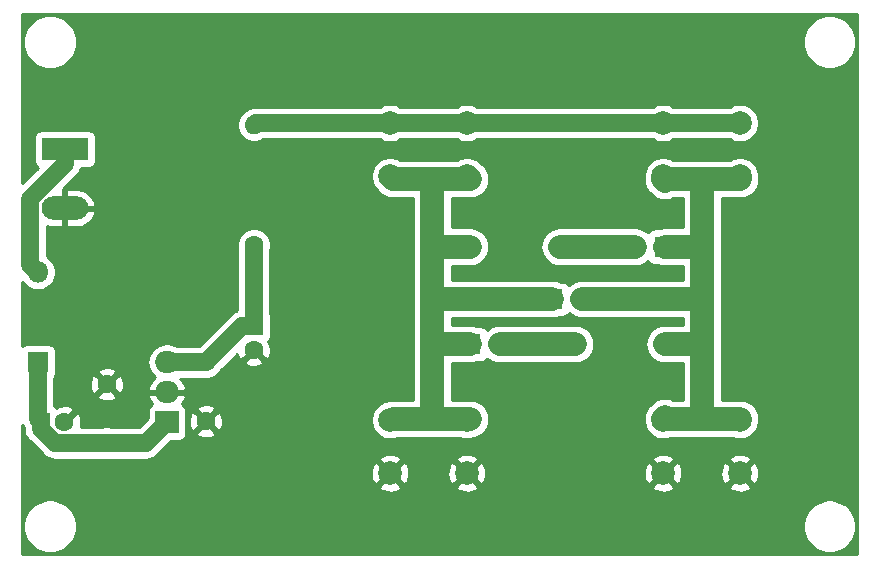
<source format=gbr>
%TF.GenerationSoftware,KiCad,Pcbnew,(5.1.12)-1*%
%TF.CreationDate,2022-07-23T16:16:35+09:00*%
%TF.ProjectId,FullBridge_demo_kit,46756c6c-4272-4696-9467-655f64656d6f,rev?*%
%TF.SameCoordinates,Original*%
%TF.FileFunction,Copper,L1,Top*%
%TF.FilePolarity,Positive*%
%FSLAX46Y46*%
G04 Gerber Fmt 4.6, Leading zero omitted, Abs format (unit mm)*
G04 Created by KiCad (PCBNEW (5.1.12)-1) date 2022-07-23 16:16:35*
%MOMM*%
%LPD*%
G01*
G04 APERTURE LIST*
%TA.AperFunction,ComponentPad*%
%ADD10C,1.600000*%
%TD*%
%TA.AperFunction,ComponentPad*%
%ADD11R,1.600000X1.600000*%
%TD*%
%TA.AperFunction,ComponentPad*%
%ADD12R,1.800000X1.800000*%
%TD*%
%TA.AperFunction,ComponentPad*%
%ADD13O,1.800000X1.800000*%
%TD*%
%TA.AperFunction,ComponentPad*%
%ADD14C,1.800000*%
%TD*%
%TA.AperFunction,ComponentPad*%
%ADD15R,3.960000X1.980000*%
%TD*%
%TA.AperFunction,ComponentPad*%
%ADD16O,3.960000X1.980000*%
%TD*%
%TA.AperFunction,ComponentPad*%
%ADD17O,1.600000X1.600000*%
%TD*%
%TA.AperFunction,ComponentPad*%
%ADD18R,2.000000X1.905000*%
%TD*%
%TA.AperFunction,ComponentPad*%
%ADD19O,2.000000X1.905000*%
%TD*%
%TA.AperFunction,ComponentPad*%
%ADD20R,1.700000X1.700000*%
%TD*%
%TA.AperFunction,ComponentPad*%
%ADD21O,1.700000X1.700000*%
%TD*%
%TA.AperFunction,ComponentPad*%
%ADD22C,2.000000*%
%TD*%
%TA.AperFunction,Conductor*%
%ADD23C,1.500000*%
%TD*%
%TA.AperFunction,Conductor*%
%ADD24C,2.000000*%
%TD*%
%TA.AperFunction,Conductor*%
%ADD25C,0.254000*%
%TD*%
%TA.AperFunction,Conductor*%
%ADD26C,0.100000*%
%TD*%
G04 APERTURE END LIST*
D10*
%TO.P,C1,2*%
%TO.N,GND*%
X120618000Y-113284000D03*
D11*
%TO.P,C1,1*%
%TO.N,Net-(C1-Pad1)*%
X118618000Y-113284000D03*
%TD*%
D10*
%TO.P,C2,1*%
%TO.N,Net-(C1-Pad1)*%
X124206000Y-115062000D03*
%TO.P,C2,2*%
%TO.N,GND*%
X124206000Y-110062000D03*
%TD*%
%TO.P,C3,2*%
%TO.N,GND*%
X132588000Y-113204000D03*
%TO.P,C3,1*%
%TO.N,+5V*%
X132588000Y-108204000D03*
%TD*%
D11*
%TO.P,C4,1*%
%TO.N,+5V*%
X136652000Y-105156000D03*
D10*
%TO.P,C4,2*%
%TO.N,GND*%
X136652000Y-107156000D03*
%TD*%
D12*
%TO.P,D1,1*%
%TO.N,Net-(C1-Pad1)*%
X118364000Y-108204000D03*
D13*
%TO.P,D1,2*%
%TO.N,+12V*%
X118364000Y-100584000D03*
%TD*%
D14*
%TO.P,D2,2*%
%TO.N,Net-(D2-Pad2)*%
X168910000Y-98425000D03*
D12*
%TO.P,D2,1*%
%TO.N,Net-(D2-Pad1)*%
X171450000Y-98425000D03*
%TD*%
%TO.P,D3,1*%
%TO.N,Net-(D3-Pad1)*%
X154940000Y-106680000D03*
D14*
%TO.P,D3,2*%
%TO.N,Net-(D3-Pad2)*%
X157480000Y-106680000D03*
%TD*%
D15*
%TO.P,J1,1*%
%TO.N,+12V*%
X120650000Y-90170000D03*
D16*
%TO.P,J1,2*%
%TO.N,GND*%
X120650000Y-95170000D03*
%TD*%
D10*
%TO.P,R1,1*%
%TO.N,+5V*%
X136652000Y-98298000D03*
D17*
%TO.P,R1,2*%
%TO.N,Net-(R1-Pad2)*%
X136652000Y-88138000D03*
%TD*%
D18*
%TO.P,U1,1*%
%TO.N,Net-(C1-Pad1)*%
X129286000Y-113284000D03*
D19*
%TO.P,U1,2*%
%TO.N,GND*%
X129286000Y-110744000D03*
%TO.P,U1,3*%
%TO.N,+5V*%
X129286000Y-108204000D03*
%TD*%
D20*
%TO.P,J2,1*%
%TO.N,Net-(D3-Pad1)*%
X161925000Y-102870000D03*
D21*
%TO.P,J2,2*%
%TO.N,Net-(D2-Pad1)*%
X164465000Y-102870000D03*
%TD*%
D17*
%TO.P,R2,2*%
%TO.N,Net-(D2-Pad2)*%
X162560000Y-98425000D03*
D10*
%TO.P,R2,1*%
%TO.N,Net-(D3-Pad1)*%
X154940000Y-98425000D03*
%TD*%
%TO.P,R3,1*%
%TO.N,Net-(D2-Pad1)*%
X171450000Y-106680000D03*
D17*
%TO.P,R3,2*%
%TO.N,Net-(D3-Pad2)*%
X163830000Y-106680000D03*
%TD*%
D22*
%TO.P,SW1,2*%
%TO.N,Net-(R1-Pad2)*%
X154686000Y-87956000D03*
%TO.P,SW1,1*%
%TO.N,Net-(D3-Pad1)*%
X154686000Y-92456000D03*
%TO.P,SW1,2*%
%TO.N,Net-(R1-Pad2)*%
X148186000Y-87956000D03*
%TO.P,SW1,1*%
%TO.N,Net-(D3-Pad1)*%
X148186000Y-92456000D03*
%TD*%
%TO.P,SW2,2*%
%TO.N,Net-(D3-Pad1)*%
X154686000Y-113102000D03*
%TO.P,SW2,1*%
%TO.N,GND*%
X154686000Y-117602000D03*
%TO.P,SW2,2*%
%TO.N,Net-(D3-Pad1)*%
X148186000Y-113102000D03*
%TO.P,SW2,1*%
%TO.N,GND*%
X148186000Y-117602000D03*
%TD*%
%TO.P,SW3,1*%
%TO.N,Net-(D2-Pad1)*%
X171300000Y-92456000D03*
%TO.P,SW3,2*%
%TO.N,Net-(R1-Pad2)*%
X171300000Y-87956000D03*
%TO.P,SW3,1*%
%TO.N,Net-(D2-Pad1)*%
X177800000Y-92456000D03*
%TO.P,SW3,2*%
%TO.N,Net-(R1-Pad2)*%
X177800000Y-87956000D03*
%TD*%
%TO.P,SW4,1*%
%TO.N,GND*%
X171300000Y-117602000D03*
%TO.P,SW4,2*%
%TO.N,Net-(D2-Pad1)*%
X171300000Y-113102000D03*
%TO.P,SW4,1*%
%TO.N,GND*%
X177800000Y-117602000D03*
%TO.P,SW4,2*%
%TO.N,Net-(D2-Pad1)*%
X177800000Y-113102000D03*
%TD*%
D23*
%TO.N,Net-(C1-Pad1)*%
X118364000Y-113030000D02*
X118618000Y-113284000D01*
X118364000Y-108204000D02*
X118364000Y-113030000D01*
X119805998Y-115062000D02*
X124206000Y-115062000D01*
X118618000Y-113874002D02*
X119805998Y-115062000D01*
X118618000Y-113284000D02*
X118618000Y-113874002D01*
X127508000Y-115062000D02*
X129286000Y-113284000D01*
X124206000Y-115062000D02*
X127508000Y-115062000D01*
%TO.N,+5V*%
X129286000Y-108204000D02*
X132588000Y-108204000D01*
X135636000Y-105156000D02*
X136652000Y-105156000D01*
X132588000Y-108204000D02*
X135636000Y-105156000D01*
X136652000Y-98298000D02*
X136652000Y-105156000D01*
%TO.N,+12V*%
X120650000Y-91436412D02*
X117719990Y-94366422D01*
X120650000Y-90170000D02*
X120650000Y-91436412D01*
X117719990Y-99939990D02*
X118364000Y-100584000D01*
X117719990Y-94366422D02*
X117719990Y-99939990D01*
D24*
%TO.N,Net-(D2-Pad2)*%
X162560000Y-98425000D02*
X168910000Y-98425000D01*
%TO.N,Net-(D2-Pad1)*%
X171300000Y-113030000D02*
X177800000Y-113030000D01*
X171300000Y-92710000D02*
X177800000Y-92710000D01*
X171450000Y-92860000D02*
X171300000Y-92710000D01*
X174625000Y-98425000D02*
X174625000Y-92860000D01*
X171450000Y-112880000D02*
X171300000Y-113030000D01*
X174625000Y-106830000D02*
X174625000Y-113030000D01*
X174625000Y-106680000D02*
X174625000Y-103505000D01*
X173990000Y-102870000D02*
X174625000Y-102235000D01*
X174625000Y-102235000D02*
X174625000Y-98425000D01*
X164465000Y-102870000D02*
X173990000Y-102870000D01*
X174625000Y-103505000D02*
X174625000Y-102235000D01*
X171450000Y-98425000D02*
X174625000Y-98425000D01*
X171450000Y-106680000D02*
X174625000Y-106680000D01*
D23*
%TO.N,Net-(R1-Pad2)*%
X154686000Y-87956000D02*
X148186000Y-87956000D01*
X136834000Y-87956000D02*
X136652000Y-88138000D01*
X148186000Y-87956000D02*
X136834000Y-87956000D01*
X154686000Y-87956000D02*
X177800000Y-87956000D01*
D24*
%TO.N,Net-(D3-Pad1)*%
X148440000Y-113030000D02*
X152400000Y-113030000D01*
X148440000Y-92710000D02*
X151765000Y-92710000D01*
X152400000Y-113030000D02*
X154940000Y-113030000D01*
X151765000Y-92710000D02*
X154940000Y-92710000D01*
X152400000Y-106680000D02*
X151765000Y-107315000D01*
X154940000Y-106680000D02*
X152400000Y-106680000D01*
X151765000Y-107315000D02*
X151765000Y-112395000D01*
X151765000Y-102870000D02*
X151765000Y-107315000D01*
X161925000Y-102870000D02*
X151765000Y-102870000D01*
X152400000Y-98425000D02*
X151765000Y-97790000D01*
X154940000Y-98425000D02*
X152400000Y-98425000D01*
X151765000Y-97790000D02*
X151765000Y-103505000D01*
X151765000Y-92710000D02*
X151765000Y-97790000D01*
%TO.N,Net-(D3-Pad2)*%
X163830000Y-106680000D02*
X157480000Y-106680000D01*
%TD*%
D25*
%TO.N,GND*%
X187740001Y-124440000D02*
X117060000Y-124440000D01*
X117060000Y-121876521D01*
X117130979Y-121876521D01*
X117130979Y-122323479D01*
X117218176Y-122761849D01*
X117389220Y-123174785D01*
X117637536Y-123546417D01*
X117953583Y-123862464D01*
X118325215Y-124110780D01*
X118738151Y-124281824D01*
X119176521Y-124369021D01*
X119623479Y-124369021D01*
X120061849Y-124281824D01*
X120474785Y-124110780D01*
X120846417Y-123862464D01*
X121162464Y-123546417D01*
X121410780Y-123174785D01*
X121581824Y-122761849D01*
X121669021Y-122323479D01*
X121669021Y-121876521D01*
X183130979Y-121876521D01*
X183130979Y-122323479D01*
X183218176Y-122761849D01*
X183389220Y-123174785D01*
X183637536Y-123546417D01*
X183953583Y-123862464D01*
X184325215Y-124110780D01*
X184738151Y-124281824D01*
X185176521Y-124369021D01*
X185623479Y-124369021D01*
X186061849Y-124281824D01*
X186474785Y-124110780D01*
X186846417Y-123862464D01*
X187162464Y-123546417D01*
X187410780Y-123174785D01*
X187581824Y-122761849D01*
X187669021Y-122323479D01*
X187669021Y-121876521D01*
X187581824Y-121438151D01*
X187410780Y-121025215D01*
X187162464Y-120653583D01*
X186846417Y-120337536D01*
X186474785Y-120089220D01*
X186061849Y-119918176D01*
X185623479Y-119830979D01*
X185176521Y-119830979D01*
X184738151Y-119918176D01*
X184325215Y-120089220D01*
X183953583Y-120337536D01*
X183637536Y-120653583D01*
X183389220Y-121025215D01*
X183218176Y-121438151D01*
X183130979Y-121876521D01*
X121669021Y-121876521D01*
X121581824Y-121438151D01*
X121410780Y-121025215D01*
X121162464Y-120653583D01*
X120846417Y-120337536D01*
X120474785Y-120089220D01*
X120061849Y-119918176D01*
X119623479Y-119830979D01*
X119176521Y-119830979D01*
X118738151Y-119918176D01*
X118325215Y-120089220D01*
X117953583Y-120337536D01*
X117637536Y-120653583D01*
X117389220Y-121025215D01*
X117218176Y-121438151D01*
X117130979Y-121876521D01*
X117060000Y-121876521D01*
X117060000Y-118737413D01*
X147230192Y-118737413D01*
X147325956Y-119001814D01*
X147615571Y-119142704D01*
X147927108Y-119224384D01*
X148248595Y-119243718D01*
X148567675Y-119199961D01*
X148872088Y-119094795D01*
X149046044Y-119001814D01*
X149141808Y-118737413D01*
X153730192Y-118737413D01*
X153825956Y-119001814D01*
X154115571Y-119142704D01*
X154427108Y-119224384D01*
X154748595Y-119243718D01*
X155067675Y-119199961D01*
X155372088Y-119094795D01*
X155546044Y-119001814D01*
X155641808Y-118737413D01*
X170344192Y-118737413D01*
X170439956Y-119001814D01*
X170729571Y-119142704D01*
X171041108Y-119224384D01*
X171362595Y-119243718D01*
X171681675Y-119199961D01*
X171986088Y-119094795D01*
X172160044Y-119001814D01*
X172255808Y-118737413D01*
X176844192Y-118737413D01*
X176939956Y-119001814D01*
X177229571Y-119142704D01*
X177541108Y-119224384D01*
X177862595Y-119243718D01*
X178181675Y-119199961D01*
X178486088Y-119094795D01*
X178660044Y-119001814D01*
X178755808Y-118737413D01*
X177800000Y-117781605D01*
X176844192Y-118737413D01*
X172255808Y-118737413D01*
X171300000Y-117781605D01*
X170344192Y-118737413D01*
X155641808Y-118737413D01*
X154686000Y-117781605D01*
X153730192Y-118737413D01*
X149141808Y-118737413D01*
X148186000Y-117781605D01*
X147230192Y-118737413D01*
X117060000Y-118737413D01*
X117060000Y-117664595D01*
X146544282Y-117664595D01*
X146588039Y-117983675D01*
X146693205Y-118288088D01*
X146786186Y-118462044D01*
X147050587Y-118557808D01*
X148006395Y-117602000D01*
X148365605Y-117602000D01*
X149321413Y-118557808D01*
X149585814Y-118462044D01*
X149726704Y-118172429D01*
X149808384Y-117860892D01*
X149820189Y-117664595D01*
X153044282Y-117664595D01*
X153088039Y-117983675D01*
X153193205Y-118288088D01*
X153286186Y-118462044D01*
X153550587Y-118557808D01*
X154506395Y-117602000D01*
X154865605Y-117602000D01*
X155821413Y-118557808D01*
X156085814Y-118462044D01*
X156226704Y-118172429D01*
X156308384Y-117860892D01*
X156320189Y-117664595D01*
X169658282Y-117664595D01*
X169702039Y-117983675D01*
X169807205Y-118288088D01*
X169900186Y-118462044D01*
X170164587Y-118557808D01*
X171120395Y-117602000D01*
X171479605Y-117602000D01*
X172435413Y-118557808D01*
X172699814Y-118462044D01*
X172840704Y-118172429D01*
X172922384Y-117860892D01*
X172934189Y-117664595D01*
X176158282Y-117664595D01*
X176202039Y-117983675D01*
X176307205Y-118288088D01*
X176400186Y-118462044D01*
X176664587Y-118557808D01*
X177620395Y-117602000D01*
X177979605Y-117602000D01*
X178935413Y-118557808D01*
X179199814Y-118462044D01*
X179340704Y-118172429D01*
X179422384Y-117860892D01*
X179441718Y-117539405D01*
X179397961Y-117220325D01*
X179292795Y-116915912D01*
X179199814Y-116741956D01*
X178935413Y-116646192D01*
X177979605Y-117602000D01*
X177620395Y-117602000D01*
X176664587Y-116646192D01*
X176400186Y-116741956D01*
X176259296Y-117031571D01*
X176177616Y-117343108D01*
X176158282Y-117664595D01*
X172934189Y-117664595D01*
X172941718Y-117539405D01*
X172897961Y-117220325D01*
X172792795Y-116915912D01*
X172699814Y-116741956D01*
X172435413Y-116646192D01*
X171479605Y-117602000D01*
X171120395Y-117602000D01*
X170164587Y-116646192D01*
X169900186Y-116741956D01*
X169759296Y-117031571D01*
X169677616Y-117343108D01*
X169658282Y-117664595D01*
X156320189Y-117664595D01*
X156327718Y-117539405D01*
X156283961Y-117220325D01*
X156178795Y-116915912D01*
X156085814Y-116741956D01*
X155821413Y-116646192D01*
X154865605Y-117602000D01*
X154506395Y-117602000D01*
X153550587Y-116646192D01*
X153286186Y-116741956D01*
X153145296Y-117031571D01*
X153063616Y-117343108D01*
X153044282Y-117664595D01*
X149820189Y-117664595D01*
X149827718Y-117539405D01*
X149783961Y-117220325D01*
X149678795Y-116915912D01*
X149585814Y-116741956D01*
X149321413Y-116646192D01*
X148365605Y-117602000D01*
X148006395Y-117602000D01*
X147050587Y-116646192D01*
X146786186Y-116741956D01*
X146645296Y-117031571D01*
X146563616Y-117343108D01*
X146544282Y-117664595D01*
X117060000Y-117664595D01*
X117060000Y-113502464D01*
X117078236Y-113562580D01*
X117179928Y-113752832D01*
X117179928Y-114084000D01*
X117192188Y-114208482D01*
X117228498Y-114328180D01*
X117287463Y-114438494D01*
X117366815Y-114535185D01*
X117427670Y-114585127D01*
X117460843Y-114647190D01*
X117633920Y-114858083D01*
X117686764Y-114901451D01*
X118778548Y-115993236D01*
X118821917Y-116046081D01*
X118874762Y-116089450D01*
X118874764Y-116089452D01*
X118923106Y-116129125D01*
X119032810Y-116219157D01*
X119247068Y-116333680D01*
X119273417Y-116347764D01*
X119534490Y-116426960D01*
X119557890Y-116429265D01*
X119737961Y-116447000D01*
X119737969Y-116447000D01*
X119805998Y-116453700D01*
X119874027Y-116447000D01*
X123813301Y-116447000D01*
X124064665Y-116497000D01*
X124347335Y-116497000D01*
X124500229Y-116466587D01*
X147230192Y-116466587D01*
X148186000Y-117422395D01*
X149141808Y-116466587D01*
X153730192Y-116466587D01*
X154686000Y-117422395D01*
X155641808Y-116466587D01*
X170344192Y-116466587D01*
X171300000Y-117422395D01*
X172255808Y-116466587D01*
X176844192Y-116466587D01*
X177800000Y-117422395D01*
X178755808Y-116466587D01*
X178660044Y-116202186D01*
X178370429Y-116061296D01*
X178058892Y-115979616D01*
X177737405Y-115960282D01*
X177418325Y-116004039D01*
X177113912Y-116109205D01*
X176939956Y-116202186D01*
X176844192Y-116466587D01*
X172255808Y-116466587D01*
X172160044Y-116202186D01*
X171870429Y-116061296D01*
X171558892Y-115979616D01*
X171237405Y-115960282D01*
X170918325Y-116004039D01*
X170613912Y-116109205D01*
X170439956Y-116202186D01*
X170344192Y-116466587D01*
X155641808Y-116466587D01*
X155546044Y-116202186D01*
X155256429Y-116061296D01*
X154944892Y-115979616D01*
X154623405Y-115960282D01*
X154304325Y-116004039D01*
X153999912Y-116109205D01*
X153825956Y-116202186D01*
X153730192Y-116466587D01*
X149141808Y-116466587D01*
X149046044Y-116202186D01*
X148756429Y-116061296D01*
X148444892Y-115979616D01*
X148123405Y-115960282D01*
X147804325Y-116004039D01*
X147499912Y-116109205D01*
X147325956Y-116202186D01*
X147230192Y-116466587D01*
X124500229Y-116466587D01*
X124598699Y-116447000D01*
X127439971Y-116447000D01*
X127508000Y-116453700D01*
X127576029Y-116447000D01*
X127576037Y-116447000D01*
X127779507Y-116426960D01*
X128040581Y-116347764D01*
X128281188Y-116219157D01*
X128492081Y-116046081D01*
X128535454Y-115993231D01*
X129654114Y-114874572D01*
X130286000Y-114874572D01*
X130410482Y-114862312D01*
X130530180Y-114826002D01*
X130640494Y-114767037D01*
X130737185Y-114687685D01*
X130816537Y-114590994D01*
X130875502Y-114480680D01*
X130911812Y-114360982D01*
X130924072Y-114236500D01*
X130924072Y-114196702D01*
X131774903Y-114196702D01*
X131846486Y-114440671D01*
X132101996Y-114561571D01*
X132376184Y-114630300D01*
X132658512Y-114644217D01*
X132938130Y-114602787D01*
X133204292Y-114507603D01*
X133329514Y-114440671D01*
X133401097Y-114196702D01*
X132588000Y-113383605D01*
X131774903Y-114196702D01*
X130924072Y-114196702D01*
X130924072Y-113274512D01*
X131147783Y-113274512D01*
X131189213Y-113554130D01*
X131284397Y-113820292D01*
X131351329Y-113945514D01*
X131595298Y-114017097D01*
X132408395Y-113204000D01*
X132767605Y-113204000D01*
X133580702Y-114017097D01*
X133824671Y-113945514D01*
X133945571Y-113690004D01*
X134014300Y-113415816D01*
X134028217Y-113133488D01*
X133986787Y-112853870D01*
X133891603Y-112587708D01*
X133824671Y-112462486D01*
X133580702Y-112390903D01*
X132767605Y-113204000D01*
X132408395Y-113204000D01*
X131595298Y-112390903D01*
X131351329Y-112462486D01*
X131230429Y-112717996D01*
X131161700Y-112992184D01*
X131147783Y-113274512D01*
X130924072Y-113274512D01*
X130924072Y-112331500D01*
X130912234Y-112211298D01*
X131774903Y-112211298D01*
X132588000Y-113024395D01*
X133401097Y-112211298D01*
X133329514Y-111967329D01*
X133074004Y-111846429D01*
X132799816Y-111777700D01*
X132517488Y-111763783D01*
X132237870Y-111805213D01*
X131971708Y-111900397D01*
X131846486Y-111967329D01*
X131774903Y-112211298D01*
X130912234Y-112211298D01*
X130911812Y-112207018D01*
X130875502Y-112087320D01*
X130816537Y-111977006D01*
X130737185Y-111880315D01*
X130640494Y-111800963D01*
X130548781Y-111751941D01*
X130661969Y-111610923D01*
X130805571Y-111335094D01*
X130876563Y-111116980D01*
X130756594Y-110871000D01*
X129413000Y-110871000D01*
X129413000Y-110891000D01*
X129159000Y-110891000D01*
X129159000Y-110871000D01*
X127815406Y-110871000D01*
X127695437Y-111116980D01*
X127766429Y-111335094D01*
X127910031Y-111610923D01*
X128023219Y-111751941D01*
X127931506Y-111800963D01*
X127834815Y-111880315D01*
X127755463Y-111977006D01*
X127696498Y-112087320D01*
X127660188Y-112207018D01*
X127647928Y-112331500D01*
X127647928Y-112963386D01*
X126934315Y-113677000D01*
X124598699Y-113677000D01*
X124347335Y-113627000D01*
X124064665Y-113627000D01*
X123813301Y-113677000D01*
X121998884Y-113677000D01*
X122044300Y-113495816D01*
X122058217Y-113213488D01*
X122016787Y-112933870D01*
X121921603Y-112667708D01*
X121854671Y-112542486D01*
X121610702Y-112470903D01*
X120797605Y-113284000D01*
X120811748Y-113298143D01*
X120632143Y-113477748D01*
X120618000Y-113463605D01*
X120603858Y-113477748D01*
X120424253Y-113298143D01*
X120438395Y-113284000D01*
X120424253Y-113269858D01*
X120603858Y-113090253D01*
X120618000Y-113104395D01*
X121431097Y-112291298D01*
X121359514Y-112047329D01*
X121104004Y-111926429D01*
X120829816Y-111857700D01*
X120547488Y-111843783D01*
X120267870Y-111885213D01*
X120001708Y-111980397D01*
X119879691Y-112045616D01*
X119869185Y-112032815D01*
X119772494Y-111953463D01*
X119749000Y-111940905D01*
X119749000Y-111054702D01*
X123392903Y-111054702D01*
X123464486Y-111298671D01*
X123719996Y-111419571D01*
X123994184Y-111488300D01*
X124276512Y-111502217D01*
X124556130Y-111460787D01*
X124822292Y-111365603D01*
X124947514Y-111298671D01*
X125019097Y-111054702D01*
X124206000Y-110241605D01*
X123392903Y-111054702D01*
X119749000Y-111054702D01*
X119749000Y-110132512D01*
X122765783Y-110132512D01*
X122807213Y-110412130D01*
X122902397Y-110678292D01*
X122969329Y-110803514D01*
X123213298Y-110875097D01*
X124026395Y-110062000D01*
X124385605Y-110062000D01*
X125198702Y-110875097D01*
X125442671Y-110803514D01*
X125563571Y-110548004D01*
X125632300Y-110273816D01*
X125646217Y-109991488D01*
X125604787Y-109711870D01*
X125509603Y-109445708D01*
X125442671Y-109320486D01*
X125198702Y-109248903D01*
X124385605Y-110062000D01*
X124026395Y-110062000D01*
X123213298Y-109248903D01*
X122969329Y-109320486D01*
X122848429Y-109575996D01*
X122779700Y-109850184D01*
X122765783Y-110132512D01*
X119749000Y-110132512D01*
X119749000Y-109513981D01*
X119794537Y-109458494D01*
X119853502Y-109348180D01*
X119889812Y-109228482D01*
X119902072Y-109104000D01*
X119902072Y-109069298D01*
X123392903Y-109069298D01*
X124206000Y-109882395D01*
X125019097Y-109069298D01*
X124947514Y-108825329D01*
X124692004Y-108704429D01*
X124417816Y-108635700D01*
X124135488Y-108621783D01*
X123855870Y-108663213D01*
X123589708Y-108758397D01*
X123464486Y-108825329D01*
X123392903Y-109069298D01*
X119902072Y-109069298D01*
X119902072Y-108204000D01*
X127643319Y-108204000D01*
X127673970Y-108515204D01*
X127764745Y-108814449D01*
X127912155Y-109090235D01*
X128110537Y-109331963D01*
X128289899Y-109479163D01*
X128104685Y-109634563D01*
X127910031Y-109877077D01*
X127766429Y-110152906D01*
X127695437Y-110371020D01*
X127815406Y-110617000D01*
X129159000Y-110617000D01*
X129159000Y-110597000D01*
X129413000Y-110597000D01*
X129413000Y-110617000D01*
X130756594Y-110617000D01*
X130876563Y-110371020D01*
X130805571Y-110152906D01*
X130661969Y-109877077D01*
X130467315Y-109634563D01*
X130413011Y-109589000D01*
X132195301Y-109589000D01*
X132446665Y-109639000D01*
X132729335Y-109639000D01*
X133006574Y-109583853D01*
X133267727Y-109475680D01*
X133502759Y-109318637D01*
X133702637Y-109118759D01*
X133845024Y-108905661D01*
X134601983Y-108148702D01*
X135838903Y-108148702D01*
X135910486Y-108392671D01*
X136165996Y-108513571D01*
X136440184Y-108582300D01*
X136722512Y-108596217D01*
X137002130Y-108554787D01*
X137268292Y-108459603D01*
X137393514Y-108392671D01*
X137465097Y-108148702D01*
X136652000Y-107335605D01*
X135838903Y-108148702D01*
X134601983Y-108148702D01*
X135252096Y-107498590D01*
X135253213Y-107506130D01*
X135348397Y-107772292D01*
X135415329Y-107897514D01*
X135659298Y-107969097D01*
X136472395Y-107156000D01*
X136458253Y-107141858D01*
X136637858Y-106962253D01*
X136652000Y-106976395D01*
X136666143Y-106962253D01*
X136845748Y-107141858D01*
X136831605Y-107156000D01*
X137644702Y-107969097D01*
X137888671Y-107897514D01*
X138009571Y-107642004D01*
X138078300Y-107367816D01*
X138092217Y-107085488D01*
X138050787Y-106805870D01*
X137955603Y-106539708D01*
X137890384Y-106417691D01*
X137903185Y-106407185D01*
X137982537Y-106310494D01*
X138041502Y-106200180D01*
X138077812Y-106080482D01*
X138090072Y-105956000D01*
X138090072Y-104356000D01*
X138077812Y-104231518D01*
X138041502Y-104111820D01*
X138037000Y-104103397D01*
X138037000Y-98690699D01*
X138087000Y-98439335D01*
X138087000Y-98156665D01*
X138031853Y-97879426D01*
X137923680Y-97618273D01*
X137766637Y-97383241D01*
X137566759Y-97183363D01*
X137331727Y-97026320D01*
X137070574Y-96918147D01*
X136793335Y-96863000D01*
X136510665Y-96863000D01*
X136233426Y-96918147D01*
X135972273Y-97026320D01*
X135737241Y-97183363D01*
X135537363Y-97383241D01*
X135380320Y-97618273D01*
X135272147Y-97879426D01*
X135217000Y-98156665D01*
X135217000Y-98439335D01*
X135267000Y-98690699D01*
X135267001Y-103820614D01*
X135103419Y-103870236D01*
X134862812Y-103998843D01*
X134822759Y-104031714D01*
X134704766Y-104128548D01*
X134704764Y-104128550D01*
X134651919Y-104171919D01*
X134608550Y-104224764D01*
X132014315Y-106819000D01*
X130109999Y-106819000D01*
X129943949Y-106730245D01*
X129644704Y-106639470D01*
X129411486Y-106616500D01*
X129160514Y-106616500D01*
X128927296Y-106639470D01*
X128628051Y-106730245D01*
X128352265Y-106877655D01*
X128110537Y-107076037D01*
X127912155Y-107317765D01*
X127764745Y-107593551D01*
X127673970Y-107892796D01*
X127643319Y-108204000D01*
X119902072Y-108204000D01*
X119902072Y-107304000D01*
X119889812Y-107179518D01*
X119853502Y-107059820D01*
X119794537Y-106949506D01*
X119715185Y-106852815D01*
X119618494Y-106773463D01*
X119508180Y-106714498D01*
X119388482Y-106678188D01*
X119264000Y-106665928D01*
X117464000Y-106665928D01*
X117339518Y-106678188D01*
X117219820Y-106714498D01*
X117109506Y-106773463D01*
X117060000Y-106814091D01*
X117060000Y-101395352D01*
X117171688Y-101562505D01*
X117385495Y-101776312D01*
X117636905Y-101944299D01*
X117916257Y-102060011D01*
X118212816Y-102119000D01*
X118515184Y-102119000D01*
X118811743Y-102060011D01*
X119091095Y-101944299D01*
X119342505Y-101776312D01*
X119556312Y-101562505D01*
X119724299Y-101311095D01*
X119840011Y-101031743D01*
X119899000Y-100735184D01*
X119899000Y-100432816D01*
X119840011Y-100136257D01*
X119724299Y-99856905D01*
X119556312Y-99605495D01*
X119342505Y-99391688D01*
X119104990Y-99232985D01*
X119104990Y-96694676D01*
X119218418Y-96739000D01*
X119533000Y-96795000D01*
X120523000Y-96795000D01*
X120523000Y-95297000D01*
X120777000Y-95297000D01*
X120777000Y-96795000D01*
X121767000Y-96795000D01*
X122081582Y-96739000D01*
X122379194Y-96622704D01*
X122648399Y-96450581D01*
X122878852Y-96229246D01*
X123061696Y-95967205D01*
X123189905Y-95674528D01*
X123220218Y-95548865D01*
X123100740Y-95297000D01*
X120777000Y-95297000D01*
X120523000Y-95297000D01*
X120503000Y-95297000D01*
X120503000Y-95043000D01*
X120523000Y-95043000D01*
X120523000Y-93545000D01*
X120777000Y-93545000D01*
X120777000Y-95043000D01*
X123100740Y-95043000D01*
X123220218Y-94791135D01*
X123189905Y-94665472D01*
X123061696Y-94372795D01*
X122878852Y-94110754D01*
X122648399Y-93889419D01*
X122379194Y-93717296D01*
X122081582Y-93601000D01*
X121767000Y-93545000D01*
X120777000Y-93545000D01*
X120523000Y-93545000D01*
X120500098Y-93545000D01*
X121581236Y-92463862D01*
X121634081Y-92420493D01*
X121737097Y-92294967D01*
X146551000Y-92294967D01*
X146551000Y-92617033D01*
X146613832Y-92932912D01*
X146737082Y-93230463D01*
X146916013Y-93498252D01*
X147143748Y-93725987D01*
X147176835Y-93748095D01*
X147278286Y-93871714D01*
X147527248Y-94076031D01*
X147811285Y-94227852D01*
X148119484Y-94321343D01*
X148359678Y-94345000D01*
X150130000Y-94345000D01*
X150130001Y-97709671D01*
X150122089Y-97790000D01*
X150130000Y-97870320D01*
X150130001Y-102789669D01*
X150122089Y-102870000D01*
X150130000Y-102950322D01*
X150130001Y-107234669D01*
X150130000Y-107234678D01*
X150122089Y-107315000D01*
X150130000Y-107395320D01*
X150130001Y-111395000D01*
X148359678Y-111395000D01*
X148119484Y-111418657D01*
X147836604Y-111504468D01*
X147709088Y-111529832D01*
X147411537Y-111653082D01*
X147143748Y-111832013D01*
X146916013Y-112059748D01*
X146737082Y-112327537D01*
X146613832Y-112625088D01*
X146551000Y-112940967D01*
X146551000Y-113263033D01*
X146613832Y-113578912D01*
X146737082Y-113876463D01*
X146916013Y-114144252D01*
X147143748Y-114371987D01*
X147411537Y-114550918D01*
X147709088Y-114674168D01*
X148024967Y-114737000D01*
X148347033Y-114737000D01*
X148662912Y-114674168D01*
X148685045Y-114665000D01*
X154186955Y-114665000D01*
X154209088Y-114674168D01*
X154524967Y-114737000D01*
X154847033Y-114737000D01*
X155162912Y-114674168D01*
X155236432Y-114643715D01*
X155260516Y-114641343D01*
X155568715Y-114547852D01*
X155852752Y-114396031D01*
X156101714Y-114191714D01*
X156306031Y-113942752D01*
X156457852Y-113658715D01*
X156551343Y-113350516D01*
X156582911Y-113030000D01*
X156551343Y-112709484D01*
X156457852Y-112401285D01*
X156306031Y-112117248D01*
X156101714Y-111868286D01*
X155852752Y-111663969D01*
X155568715Y-111512148D01*
X155260516Y-111418657D01*
X155020322Y-111395000D01*
X153400000Y-111395000D01*
X153400000Y-108315000D01*
X155020322Y-108315000D01*
X155260516Y-108291343D01*
X155502058Y-108218072D01*
X155840000Y-108218072D01*
X155964482Y-108205812D01*
X156084180Y-108169502D01*
X156194494Y-108110537D01*
X156291185Y-108031185D01*
X156370537Y-107934494D01*
X156389076Y-107899810D01*
X156567248Y-108046031D01*
X156851285Y-108197852D01*
X157159484Y-108291343D01*
X157399678Y-108315000D01*
X163910322Y-108315000D01*
X164150516Y-108291343D01*
X164458715Y-108197852D01*
X164742752Y-108046031D01*
X164991714Y-107841714D01*
X165196031Y-107592752D01*
X165347852Y-107308715D01*
X165441343Y-107000516D01*
X165472911Y-106680000D01*
X165441343Y-106359484D01*
X165347852Y-106051285D01*
X165196031Y-105767248D01*
X164991714Y-105518286D01*
X164742752Y-105313969D01*
X164458715Y-105162148D01*
X164150516Y-105068657D01*
X163910322Y-105045000D01*
X157399678Y-105045000D01*
X157159484Y-105068657D01*
X156851285Y-105162148D01*
X156567248Y-105313969D01*
X156389076Y-105460190D01*
X156370537Y-105425506D01*
X156291185Y-105328815D01*
X156194494Y-105249463D01*
X156084180Y-105190498D01*
X155964482Y-105154188D01*
X155840000Y-105141928D01*
X155502058Y-105141928D01*
X155260516Y-105068657D01*
X155020322Y-105045000D01*
X153400000Y-105045000D01*
X153400000Y-104505000D01*
X162005322Y-104505000D01*
X162245516Y-104481343D01*
X162553715Y-104387852D01*
X162609429Y-104358072D01*
X162775000Y-104358072D01*
X162899482Y-104345812D01*
X163019180Y-104309502D01*
X163129494Y-104250537D01*
X163226185Y-104171185D01*
X163305537Y-104074494D01*
X163320745Y-104046042D01*
X163552248Y-104236031D01*
X163836285Y-104387852D01*
X164144484Y-104481343D01*
X164384678Y-104505000D01*
X172990001Y-104505000D01*
X172990001Y-105045000D01*
X171369678Y-105045000D01*
X171129484Y-105068657D01*
X170821285Y-105162148D01*
X170537248Y-105313969D01*
X170288286Y-105518286D01*
X170083969Y-105767248D01*
X169932148Y-106051285D01*
X169838657Y-106359484D01*
X169807089Y-106680000D01*
X169838657Y-107000516D01*
X169932148Y-107308715D01*
X170083969Y-107592752D01*
X170288286Y-107841714D01*
X170537248Y-108046031D01*
X170821285Y-108197852D01*
X171129484Y-108291343D01*
X171369678Y-108315000D01*
X172990000Y-108315000D01*
X172990001Y-111395000D01*
X172140176Y-111395000D01*
X172078714Y-111362148D01*
X171770516Y-111268658D01*
X171449999Y-111237089D01*
X171129484Y-111268658D01*
X170821286Y-111362148D01*
X170537248Y-111513970D01*
X170350677Y-111667085D01*
X170200687Y-111817075D01*
X170138286Y-111868286D01*
X169933969Y-112117248D01*
X169782148Y-112401285D01*
X169688657Y-112709484D01*
X169666699Y-112932423D01*
X169665000Y-112940967D01*
X169665000Y-112949678D01*
X169657089Y-113030000D01*
X169665000Y-113110322D01*
X169665000Y-113263033D01*
X169727832Y-113578912D01*
X169851082Y-113876463D01*
X170030013Y-114144252D01*
X170257748Y-114371987D01*
X170525537Y-114550918D01*
X170823088Y-114674168D01*
X171138967Y-114737000D01*
X171461033Y-114737000D01*
X171776912Y-114674168D01*
X171799045Y-114665000D01*
X174544678Y-114665000D01*
X174625000Y-114672911D01*
X174705322Y-114665000D01*
X177300955Y-114665000D01*
X177323088Y-114674168D01*
X177638967Y-114737000D01*
X177961033Y-114737000D01*
X178276912Y-114674168D01*
X178574463Y-114550918D01*
X178842252Y-114371987D01*
X179069987Y-114144252D01*
X179248918Y-113876463D01*
X179372168Y-113578912D01*
X179435000Y-113263033D01*
X179435000Y-113110322D01*
X179442911Y-113030000D01*
X179435000Y-112949678D01*
X179435000Y-112940967D01*
X179433301Y-112932423D01*
X179411343Y-112709484D01*
X179317852Y-112401285D01*
X179166031Y-112117248D01*
X178961714Y-111868286D01*
X178712752Y-111663969D01*
X178428715Y-111512148D01*
X178120516Y-111418657D01*
X177880322Y-111395000D01*
X176260000Y-111395000D01*
X176260000Y-106760321D01*
X176267911Y-106680000D01*
X176260000Y-106599678D01*
X176260000Y-102315321D01*
X176267911Y-102235000D01*
X176260000Y-102154678D01*
X176260000Y-98505321D01*
X176267911Y-98425000D01*
X176260000Y-98344678D01*
X176260000Y-94345000D01*
X177880322Y-94345000D01*
X178120516Y-94321343D01*
X178428715Y-94227852D01*
X178712752Y-94076031D01*
X178961714Y-93871714D01*
X179166031Y-93622752D01*
X179317852Y-93338715D01*
X179411343Y-93030516D01*
X179442911Y-92710000D01*
X179434167Y-92621221D01*
X179435000Y-92617033D01*
X179435000Y-92294967D01*
X179372168Y-91979088D01*
X179248918Y-91681537D01*
X179069987Y-91413748D01*
X178842252Y-91186013D01*
X178574463Y-91007082D01*
X178276912Y-90883832D01*
X177961033Y-90821000D01*
X177638967Y-90821000D01*
X177323088Y-90883832D01*
X177025537Y-91007082D01*
X176923891Y-91075000D01*
X172176109Y-91075000D01*
X172074463Y-91007082D01*
X171776912Y-90883832D01*
X171461033Y-90821000D01*
X171138967Y-90821000D01*
X170823088Y-90883832D01*
X170525537Y-91007082D01*
X170257748Y-91186013D01*
X170030013Y-91413748D01*
X169851082Y-91681537D01*
X169727832Y-91979088D01*
X169665000Y-92294967D01*
X169665000Y-92617033D01*
X169665833Y-92621221D01*
X169657089Y-92710000D01*
X169688657Y-93030516D01*
X169782148Y-93338715D01*
X169933969Y-93622752D01*
X170138286Y-93871714D01*
X170200687Y-93922925D01*
X170350677Y-94072915D01*
X170537248Y-94226030D01*
X170821286Y-94377852D01*
X171129484Y-94471342D01*
X171449999Y-94502911D01*
X171770516Y-94471342D01*
X172078714Y-94377852D01*
X172140176Y-94345000D01*
X172990001Y-94345000D01*
X172990000Y-96790000D01*
X171369678Y-96790000D01*
X171129484Y-96813657D01*
X170887942Y-96886928D01*
X170550000Y-96886928D01*
X170425518Y-96899188D01*
X170305820Y-96935498D01*
X170195506Y-96994463D01*
X170098815Y-97073815D01*
X170019463Y-97170506D01*
X170000924Y-97205190D01*
X169822752Y-97058969D01*
X169538715Y-96907148D01*
X169230516Y-96813657D01*
X168990322Y-96790000D01*
X162479678Y-96790000D01*
X162239484Y-96813657D01*
X161931285Y-96907148D01*
X161647248Y-97058969D01*
X161398286Y-97263286D01*
X161193969Y-97512248D01*
X161042148Y-97796285D01*
X160948657Y-98104484D01*
X160917089Y-98425000D01*
X160948657Y-98745516D01*
X161042148Y-99053715D01*
X161193969Y-99337752D01*
X161398286Y-99586714D01*
X161647248Y-99791031D01*
X161931285Y-99942852D01*
X162239484Y-100036343D01*
X162479678Y-100060000D01*
X168990322Y-100060000D01*
X169230516Y-100036343D01*
X169538715Y-99942852D01*
X169822752Y-99791031D01*
X170000924Y-99644810D01*
X170019463Y-99679494D01*
X170098815Y-99776185D01*
X170195506Y-99855537D01*
X170305820Y-99914502D01*
X170425518Y-99950812D01*
X170550000Y-99963072D01*
X170887942Y-99963072D01*
X171129484Y-100036343D01*
X171369678Y-100060000D01*
X172990001Y-100060000D01*
X172990000Y-101235000D01*
X164384678Y-101235000D01*
X164144484Y-101258657D01*
X163836285Y-101352148D01*
X163552248Y-101503969D01*
X163320745Y-101693958D01*
X163305537Y-101665506D01*
X163226185Y-101568815D01*
X163129494Y-101489463D01*
X163019180Y-101430498D01*
X162899482Y-101394188D01*
X162775000Y-101381928D01*
X162609429Y-101381928D01*
X162553715Y-101352148D01*
X162245516Y-101258657D01*
X162005322Y-101235000D01*
X153400000Y-101235000D01*
X153400000Y-100060000D01*
X155020322Y-100060000D01*
X155260516Y-100036343D01*
X155568715Y-99942852D01*
X155852752Y-99791031D01*
X156101714Y-99586714D01*
X156306031Y-99337752D01*
X156457852Y-99053715D01*
X156551343Y-98745516D01*
X156582911Y-98425000D01*
X156551343Y-98104484D01*
X156457852Y-97796285D01*
X156306031Y-97512248D01*
X156101714Y-97263286D01*
X155852752Y-97058969D01*
X155568715Y-96907148D01*
X155260516Y-96813657D01*
X155020322Y-96790000D01*
X153400000Y-96790000D01*
X153400000Y-94345000D01*
X155020322Y-94345000D01*
X155260516Y-94321343D01*
X155568715Y-94227852D01*
X155852752Y-94076031D01*
X156101714Y-93871714D01*
X156306031Y-93622752D01*
X156457852Y-93338715D01*
X156551343Y-93030516D01*
X156582911Y-92710000D01*
X156551343Y-92389484D01*
X156457852Y-92081285D01*
X156306031Y-91797248D01*
X156101714Y-91548286D01*
X155978095Y-91446835D01*
X155955987Y-91413748D01*
X155728252Y-91186013D01*
X155460463Y-91007082D01*
X155162912Y-90883832D01*
X154847033Y-90821000D01*
X154524967Y-90821000D01*
X154209088Y-90883832D01*
X153911537Y-91007082D01*
X153809891Y-91075000D01*
X151845322Y-91075000D01*
X151765000Y-91067089D01*
X151684678Y-91075000D01*
X149062109Y-91075000D01*
X148960463Y-91007082D01*
X148662912Y-90883832D01*
X148347033Y-90821000D01*
X148024967Y-90821000D01*
X147709088Y-90883832D01*
X147411537Y-91007082D01*
X147143748Y-91186013D01*
X146916013Y-91413748D01*
X146737082Y-91681537D01*
X146613832Y-91979088D01*
X146551000Y-92294967D01*
X121737097Y-92294967D01*
X121807157Y-92209600D01*
X121935764Y-91968993D01*
X121987612Y-91798072D01*
X122630000Y-91798072D01*
X122754482Y-91785812D01*
X122874180Y-91749502D01*
X122984494Y-91690537D01*
X123081185Y-91611185D01*
X123160537Y-91514494D01*
X123219502Y-91404180D01*
X123255812Y-91284482D01*
X123268072Y-91160000D01*
X123268072Y-89180000D01*
X123255812Y-89055518D01*
X123219502Y-88935820D01*
X123160537Y-88825506D01*
X123081185Y-88728815D01*
X122984494Y-88649463D01*
X122874180Y-88590498D01*
X122754482Y-88554188D01*
X122630000Y-88541928D01*
X118670000Y-88541928D01*
X118545518Y-88554188D01*
X118425820Y-88590498D01*
X118315506Y-88649463D01*
X118218815Y-88728815D01*
X118139463Y-88825506D01*
X118080498Y-88935820D01*
X118044188Y-89055518D01*
X118031928Y-89180000D01*
X118031928Y-91160000D01*
X118044188Y-91284482D01*
X118080498Y-91404180D01*
X118139463Y-91514494D01*
X118218815Y-91611185D01*
X118315506Y-91690537D01*
X118394803Y-91732923D01*
X117060000Y-93067727D01*
X117060000Y-87996665D01*
X135217000Y-87996665D01*
X135217000Y-88279335D01*
X135272147Y-88556574D01*
X135380320Y-88817727D01*
X135537363Y-89052759D01*
X135737241Y-89252637D01*
X135972273Y-89409680D01*
X136233426Y-89517853D01*
X136510665Y-89573000D01*
X136793335Y-89573000D01*
X137070574Y-89517853D01*
X137331727Y-89409680D01*
X137434514Y-89341000D01*
X147315877Y-89341000D01*
X147411537Y-89404918D01*
X147709088Y-89528168D01*
X148024967Y-89591000D01*
X148347033Y-89591000D01*
X148662912Y-89528168D01*
X148960463Y-89404918D01*
X149056123Y-89341000D01*
X153815877Y-89341000D01*
X153911537Y-89404918D01*
X154209088Y-89528168D01*
X154524967Y-89591000D01*
X154847033Y-89591000D01*
X155162912Y-89528168D01*
X155460463Y-89404918D01*
X155556123Y-89341000D01*
X170429877Y-89341000D01*
X170525537Y-89404918D01*
X170823088Y-89528168D01*
X171138967Y-89591000D01*
X171461033Y-89591000D01*
X171776912Y-89528168D01*
X172074463Y-89404918D01*
X172170123Y-89341000D01*
X176929877Y-89341000D01*
X177025537Y-89404918D01*
X177323088Y-89528168D01*
X177638967Y-89591000D01*
X177961033Y-89591000D01*
X178276912Y-89528168D01*
X178574463Y-89404918D01*
X178842252Y-89225987D01*
X179069987Y-88998252D01*
X179248918Y-88730463D01*
X179372168Y-88432912D01*
X179435000Y-88117033D01*
X179435000Y-87794967D01*
X179372168Y-87479088D01*
X179248918Y-87181537D01*
X179069987Y-86913748D01*
X178842252Y-86686013D01*
X178574463Y-86507082D01*
X178276912Y-86383832D01*
X177961033Y-86321000D01*
X177638967Y-86321000D01*
X177323088Y-86383832D01*
X177025537Y-86507082D01*
X176929877Y-86571000D01*
X172170123Y-86571000D01*
X172074463Y-86507082D01*
X171776912Y-86383832D01*
X171461033Y-86321000D01*
X171138967Y-86321000D01*
X170823088Y-86383832D01*
X170525537Y-86507082D01*
X170429877Y-86571000D01*
X155556123Y-86571000D01*
X155460463Y-86507082D01*
X155162912Y-86383832D01*
X154847033Y-86321000D01*
X154524967Y-86321000D01*
X154209088Y-86383832D01*
X153911537Y-86507082D01*
X153815877Y-86571000D01*
X149056123Y-86571000D01*
X148960463Y-86507082D01*
X148662912Y-86383832D01*
X148347033Y-86321000D01*
X148024967Y-86321000D01*
X147709088Y-86383832D01*
X147411537Y-86507082D01*
X147315877Y-86571000D01*
X136902029Y-86571000D01*
X136834000Y-86564300D01*
X136765971Y-86571000D01*
X136765963Y-86571000D01*
X136562493Y-86591040D01*
X136301419Y-86670236D01*
X136060812Y-86798843D01*
X135985030Y-86861036D01*
X135972273Y-86866320D01*
X135737241Y-87023363D01*
X135537363Y-87223241D01*
X135380320Y-87458273D01*
X135272147Y-87719426D01*
X135217000Y-87996665D01*
X117060000Y-87996665D01*
X117060000Y-80876521D01*
X117130979Y-80876521D01*
X117130979Y-81323479D01*
X117218176Y-81761849D01*
X117389220Y-82174785D01*
X117637536Y-82546417D01*
X117953583Y-82862464D01*
X118325215Y-83110780D01*
X118738151Y-83281824D01*
X119176521Y-83369021D01*
X119623479Y-83369021D01*
X120061849Y-83281824D01*
X120474785Y-83110780D01*
X120846417Y-82862464D01*
X121162464Y-82546417D01*
X121410780Y-82174785D01*
X121581824Y-81761849D01*
X121669021Y-81323479D01*
X121669021Y-80876521D01*
X183130979Y-80876521D01*
X183130979Y-81323479D01*
X183218176Y-81761849D01*
X183389220Y-82174785D01*
X183637536Y-82546417D01*
X183953583Y-82862464D01*
X184325215Y-83110780D01*
X184738151Y-83281824D01*
X185176521Y-83369021D01*
X185623479Y-83369021D01*
X186061849Y-83281824D01*
X186474785Y-83110780D01*
X186846417Y-82862464D01*
X187162464Y-82546417D01*
X187410780Y-82174785D01*
X187581824Y-81761849D01*
X187669021Y-81323479D01*
X187669021Y-80876521D01*
X187581824Y-80438151D01*
X187410780Y-80025215D01*
X187162464Y-79653583D01*
X186846417Y-79337536D01*
X186474785Y-79089220D01*
X186061849Y-78918176D01*
X185623479Y-78830979D01*
X185176521Y-78830979D01*
X184738151Y-78918176D01*
X184325215Y-79089220D01*
X183953583Y-79337536D01*
X183637536Y-79653583D01*
X183389220Y-80025215D01*
X183218176Y-80438151D01*
X183130979Y-80876521D01*
X121669021Y-80876521D01*
X121581824Y-80438151D01*
X121410780Y-80025215D01*
X121162464Y-79653583D01*
X120846417Y-79337536D01*
X120474785Y-79089220D01*
X120061849Y-78918176D01*
X119623479Y-78830979D01*
X119176521Y-78830979D01*
X118738151Y-78918176D01*
X118325215Y-79089220D01*
X117953583Y-79337536D01*
X117637536Y-79653583D01*
X117389220Y-80025215D01*
X117218176Y-80438151D01*
X117130979Y-80876521D01*
X117060000Y-80876521D01*
X117060000Y-78760000D01*
X187740000Y-78760000D01*
X187740001Y-124440000D01*
%TA.AperFunction,Conductor*%
D26*
G36*
X187740001Y-124440000D02*
G01*
X117060000Y-124440000D01*
X117060000Y-121876521D01*
X117130979Y-121876521D01*
X117130979Y-122323479D01*
X117218176Y-122761849D01*
X117389220Y-123174785D01*
X117637536Y-123546417D01*
X117953583Y-123862464D01*
X118325215Y-124110780D01*
X118738151Y-124281824D01*
X119176521Y-124369021D01*
X119623479Y-124369021D01*
X120061849Y-124281824D01*
X120474785Y-124110780D01*
X120846417Y-123862464D01*
X121162464Y-123546417D01*
X121410780Y-123174785D01*
X121581824Y-122761849D01*
X121669021Y-122323479D01*
X121669021Y-121876521D01*
X183130979Y-121876521D01*
X183130979Y-122323479D01*
X183218176Y-122761849D01*
X183389220Y-123174785D01*
X183637536Y-123546417D01*
X183953583Y-123862464D01*
X184325215Y-124110780D01*
X184738151Y-124281824D01*
X185176521Y-124369021D01*
X185623479Y-124369021D01*
X186061849Y-124281824D01*
X186474785Y-124110780D01*
X186846417Y-123862464D01*
X187162464Y-123546417D01*
X187410780Y-123174785D01*
X187581824Y-122761849D01*
X187669021Y-122323479D01*
X187669021Y-121876521D01*
X187581824Y-121438151D01*
X187410780Y-121025215D01*
X187162464Y-120653583D01*
X186846417Y-120337536D01*
X186474785Y-120089220D01*
X186061849Y-119918176D01*
X185623479Y-119830979D01*
X185176521Y-119830979D01*
X184738151Y-119918176D01*
X184325215Y-120089220D01*
X183953583Y-120337536D01*
X183637536Y-120653583D01*
X183389220Y-121025215D01*
X183218176Y-121438151D01*
X183130979Y-121876521D01*
X121669021Y-121876521D01*
X121581824Y-121438151D01*
X121410780Y-121025215D01*
X121162464Y-120653583D01*
X120846417Y-120337536D01*
X120474785Y-120089220D01*
X120061849Y-119918176D01*
X119623479Y-119830979D01*
X119176521Y-119830979D01*
X118738151Y-119918176D01*
X118325215Y-120089220D01*
X117953583Y-120337536D01*
X117637536Y-120653583D01*
X117389220Y-121025215D01*
X117218176Y-121438151D01*
X117130979Y-121876521D01*
X117060000Y-121876521D01*
X117060000Y-118737413D01*
X147230192Y-118737413D01*
X147325956Y-119001814D01*
X147615571Y-119142704D01*
X147927108Y-119224384D01*
X148248595Y-119243718D01*
X148567675Y-119199961D01*
X148872088Y-119094795D01*
X149046044Y-119001814D01*
X149141808Y-118737413D01*
X153730192Y-118737413D01*
X153825956Y-119001814D01*
X154115571Y-119142704D01*
X154427108Y-119224384D01*
X154748595Y-119243718D01*
X155067675Y-119199961D01*
X155372088Y-119094795D01*
X155546044Y-119001814D01*
X155641808Y-118737413D01*
X170344192Y-118737413D01*
X170439956Y-119001814D01*
X170729571Y-119142704D01*
X171041108Y-119224384D01*
X171362595Y-119243718D01*
X171681675Y-119199961D01*
X171986088Y-119094795D01*
X172160044Y-119001814D01*
X172255808Y-118737413D01*
X176844192Y-118737413D01*
X176939956Y-119001814D01*
X177229571Y-119142704D01*
X177541108Y-119224384D01*
X177862595Y-119243718D01*
X178181675Y-119199961D01*
X178486088Y-119094795D01*
X178660044Y-119001814D01*
X178755808Y-118737413D01*
X177800000Y-117781605D01*
X176844192Y-118737413D01*
X172255808Y-118737413D01*
X171300000Y-117781605D01*
X170344192Y-118737413D01*
X155641808Y-118737413D01*
X154686000Y-117781605D01*
X153730192Y-118737413D01*
X149141808Y-118737413D01*
X148186000Y-117781605D01*
X147230192Y-118737413D01*
X117060000Y-118737413D01*
X117060000Y-117664595D01*
X146544282Y-117664595D01*
X146588039Y-117983675D01*
X146693205Y-118288088D01*
X146786186Y-118462044D01*
X147050587Y-118557808D01*
X148006395Y-117602000D01*
X148365605Y-117602000D01*
X149321413Y-118557808D01*
X149585814Y-118462044D01*
X149726704Y-118172429D01*
X149808384Y-117860892D01*
X149820189Y-117664595D01*
X153044282Y-117664595D01*
X153088039Y-117983675D01*
X153193205Y-118288088D01*
X153286186Y-118462044D01*
X153550587Y-118557808D01*
X154506395Y-117602000D01*
X154865605Y-117602000D01*
X155821413Y-118557808D01*
X156085814Y-118462044D01*
X156226704Y-118172429D01*
X156308384Y-117860892D01*
X156320189Y-117664595D01*
X169658282Y-117664595D01*
X169702039Y-117983675D01*
X169807205Y-118288088D01*
X169900186Y-118462044D01*
X170164587Y-118557808D01*
X171120395Y-117602000D01*
X171479605Y-117602000D01*
X172435413Y-118557808D01*
X172699814Y-118462044D01*
X172840704Y-118172429D01*
X172922384Y-117860892D01*
X172934189Y-117664595D01*
X176158282Y-117664595D01*
X176202039Y-117983675D01*
X176307205Y-118288088D01*
X176400186Y-118462044D01*
X176664587Y-118557808D01*
X177620395Y-117602000D01*
X177979605Y-117602000D01*
X178935413Y-118557808D01*
X179199814Y-118462044D01*
X179340704Y-118172429D01*
X179422384Y-117860892D01*
X179441718Y-117539405D01*
X179397961Y-117220325D01*
X179292795Y-116915912D01*
X179199814Y-116741956D01*
X178935413Y-116646192D01*
X177979605Y-117602000D01*
X177620395Y-117602000D01*
X176664587Y-116646192D01*
X176400186Y-116741956D01*
X176259296Y-117031571D01*
X176177616Y-117343108D01*
X176158282Y-117664595D01*
X172934189Y-117664595D01*
X172941718Y-117539405D01*
X172897961Y-117220325D01*
X172792795Y-116915912D01*
X172699814Y-116741956D01*
X172435413Y-116646192D01*
X171479605Y-117602000D01*
X171120395Y-117602000D01*
X170164587Y-116646192D01*
X169900186Y-116741956D01*
X169759296Y-117031571D01*
X169677616Y-117343108D01*
X169658282Y-117664595D01*
X156320189Y-117664595D01*
X156327718Y-117539405D01*
X156283961Y-117220325D01*
X156178795Y-116915912D01*
X156085814Y-116741956D01*
X155821413Y-116646192D01*
X154865605Y-117602000D01*
X154506395Y-117602000D01*
X153550587Y-116646192D01*
X153286186Y-116741956D01*
X153145296Y-117031571D01*
X153063616Y-117343108D01*
X153044282Y-117664595D01*
X149820189Y-117664595D01*
X149827718Y-117539405D01*
X149783961Y-117220325D01*
X149678795Y-116915912D01*
X149585814Y-116741956D01*
X149321413Y-116646192D01*
X148365605Y-117602000D01*
X148006395Y-117602000D01*
X147050587Y-116646192D01*
X146786186Y-116741956D01*
X146645296Y-117031571D01*
X146563616Y-117343108D01*
X146544282Y-117664595D01*
X117060000Y-117664595D01*
X117060000Y-113502464D01*
X117078236Y-113562580D01*
X117179928Y-113752832D01*
X117179928Y-114084000D01*
X117192188Y-114208482D01*
X117228498Y-114328180D01*
X117287463Y-114438494D01*
X117366815Y-114535185D01*
X117427670Y-114585127D01*
X117460843Y-114647190D01*
X117633920Y-114858083D01*
X117686764Y-114901451D01*
X118778548Y-115993236D01*
X118821917Y-116046081D01*
X118874762Y-116089450D01*
X118874764Y-116089452D01*
X118923106Y-116129125D01*
X119032810Y-116219157D01*
X119247068Y-116333680D01*
X119273417Y-116347764D01*
X119534490Y-116426960D01*
X119557890Y-116429265D01*
X119737961Y-116447000D01*
X119737969Y-116447000D01*
X119805998Y-116453700D01*
X119874027Y-116447000D01*
X123813301Y-116447000D01*
X124064665Y-116497000D01*
X124347335Y-116497000D01*
X124500229Y-116466587D01*
X147230192Y-116466587D01*
X148186000Y-117422395D01*
X149141808Y-116466587D01*
X153730192Y-116466587D01*
X154686000Y-117422395D01*
X155641808Y-116466587D01*
X170344192Y-116466587D01*
X171300000Y-117422395D01*
X172255808Y-116466587D01*
X176844192Y-116466587D01*
X177800000Y-117422395D01*
X178755808Y-116466587D01*
X178660044Y-116202186D01*
X178370429Y-116061296D01*
X178058892Y-115979616D01*
X177737405Y-115960282D01*
X177418325Y-116004039D01*
X177113912Y-116109205D01*
X176939956Y-116202186D01*
X176844192Y-116466587D01*
X172255808Y-116466587D01*
X172160044Y-116202186D01*
X171870429Y-116061296D01*
X171558892Y-115979616D01*
X171237405Y-115960282D01*
X170918325Y-116004039D01*
X170613912Y-116109205D01*
X170439956Y-116202186D01*
X170344192Y-116466587D01*
X155641808Y-116466587D01*
X155546044Y-116202186D01*
X155256429Y-116061296D01*
X154944892Y-115979616D01*
X154623405Y-115960282D01*
X154304325Y-116004039D01*
X153999912Y-116109205D01*
X153825956Y-116202186D01*
X153730192Y-116466587D01*
X149141808Y-116466587D01*
X149046044Y-116202186D01*
X148756429Y-116061296D01*
X148444892Y-115979616D01*
X148123405Y-115960282D01*
X147804325Y-116004039D01*
X147499912Y-116109205D01*
X147325956Y-116202186D01*
X147230192Y-116466587D01*
X124500229Y-116466587D01*
X124598699Y-116447000D01*
X127439971Y-116447000D01*
X127508000Y-116453700D01*
X127576029Y-116447000D01*
X127576037Y-116447000D01*
X127779507Y-116426960D01*
X128040581Y-116347764D01*
X128281188Y-116219157D01*
X128492081Y-116046081D01*
X128535454Y-115993231D01*
X129654114Y-114874572D01*
X130286000Y-114874572D01*
X130410482Y-114862312D01*
X130530180Y-114826002D01*
X130640494Y-114767037D01*
X130737185Y-114687685D01*
X130816537Y-114590994D01*
X130875502Y-114480680D01*
X130911812Y-114360982D01*
X130924072Y-114236500D01*
X130924072Y-114196702D01*
X131774903Y-114196702D01*
X131846486Y-114440671D01*
X132101996Y-114561571D01*
X132376184Y-114630300D01*
X132658512Y-114644217D01*
X132938130Y-114602787D01*
X133204292Y-114507603D01*
X133329514Y-114440671D01*
X133401097Y-114196702D01*
X132588000Y-113383605D01*
X131774903Y-114196702D01*
X130924072Y-114196702D01*
X130924072Y-113274512D01*
X131147783Y-113274512D01*
X131189213Y-113554130D01*
X131284397Y-113820292D01*
X131351329Y-113945514D01*
X131595298Y-114017097D01*
X132408395Y-113204000D01*
X132767605Y-113204000D01*
X133580702Y-114017097D01*
X133824671Y-113945514D01*
X133945571Y-113690004D01*
X134014300Y-113415816D01*
X134028217Y-113133488D01*
X133986787Y-112853870D01*
X133891603Y-112587708D01*
X133824671Y-112462486D01*
X133580702Y-112390903D01*
X132767605Y-113204000D01*
X132408395Y-113204000D01*
X131595298Y-112390903D01*
X131351329Y-112462486D01*
X131230429Y-112717996D01*
X131161700Y-112992184D01*
X131147783Y-113274512D01*
X130924072Y-113274512D01*
X130924072Y-112331500D01*
X130912234Y-112211298D01*
X131774903Y-112211298D01*
X132588000Y-113024395D01*
X133401097Y-112211298D01*
X133329514Y-111967329D01*
X133074004Y-111846429D01*
X132799816Y-111777700D01*
X132517488Y-111763783D01*
X132237870Y-111805213D01*
X131971708Y-111900397D01*
X131846486Y-111967329D01*
X131774903Y-112211298D01*
X130912234Y-112211298D01*
X130911812Y-112207018D01*
X130875502Y-112087320D01*
X130816537Y-111977006D01*
X130737185Y-111880315D01*
X130640494Y-111800963D01*
X130548781Y-111751941D01*
X130661969Y-111610923D01*
X130805571Y-111335094D01*
X130876563Y-111116980D01*
X130756594Y-110871000D01*
X129413000Y-110871000D01*
X129413000Y-110891000D01*
X129159000Y-110891000D01*
X129159000Y-110871000D01*
X127815406Y-110871000D01*
X127695437Y-111116980D01*
X127766429Y-111335094D01*
X127910031Y-111610923D01*
X128023219Y-111751941D01*
X127931506Y-111800963D01*
X127834815Y-111880315D01*
X127755463Y-111977006D01*
X127696498Y-112087320D01*
X127660188Y-112207018D01*
X127647928Y-112331500D01*
X127647928Y-112963386D01*
X126934315Y-113677000D01*
X124598699Y-113677000D01*
X124347335Y-113627000D01*
X124064665Y-113627000D01*
X123813301Y-113677000D01*
X121998884Y-113677000D01*
X122044300Y-113495816D01*
X122058217Y-113213488D01*
X122016787Y-112933870D01*
X121921603Y-112667708D01*
X121854671Y-112542486D01*
X121610702Y-112470903D01*
X120797605Y-113284000D01*
X120811748Y-113298143D01*
X120632143Y-113477748D01*
X120618000Y-113463605D01*
X120603858Y-113477748D01*
X120424253Y-113298143D01*
X120438395Y-113284000D01*
X120424253Y-113269858D01*
X120603858Y-113090253D01*
X120618000Y-113104395D01*
X121431097Y-112291298D01*
X121359514Y-112047329D01*
X121104004Y-111926429D01*
X120829816Y-111857700D01*
X120547488Y-111843783D01*
X120267870Y-111885213D01*
X120001708Y-111980397D01*
X119879691Y-112045616D01*
X119869185Y-112032815D01*
X119772494Y-111953463D01*
X119749000Y-111940905D01*
X119749000Y-111054702D01*
X123392903Y-111054702D01*
X123464486Y-111298671D01*
X123719996Y-111419571D01*
X123994184Y-111488300D01*
X124276512Y-111502217D01*
X124556130Y-111460787D01*
X124822292Y-111365603D01*
X124947514Y-111298671D01*
X125019097Y-111054702D01*
X124206000Y-110241605D01*
X123392903Y-111054702D01*
X119749000Y-111054702D01*
X119749000Y-110132512D01*
X122765783Y-110132512D01*
X122807213Y-110412130D01*
X122902397Y-110678292D01*
X122969329Y-110803514D01*
X123213298Y-110875097D01*
X124026395Y-110062000D01*
X124385605Y-110062000D01*
X125198702Y-110875097D01*
X125442671Y-110803514D01*
X125563571Y-110548004D01*
X125632300Y-110273816D01*
X125646217Y-109991488D01*
X125604787Y-109711870D01*
X125509603Y-109445708D01*
X125442671Y-109320486D01*
X125198702Y-109248903D01*
X124385605Y-110062000D01*
X124026395Y-110062000D01*
X123213298Y-109248903D01*
X122969329Y-109320486D01*
X122848429Y-109575996D01*
X122779700Y-109850184D01*
X122765783Y-110132512D01*
X119749000Y-110132512D01*
X119749000Y-109513981D01*
X119794537Y-109458494D01*
X119853502Y-109348180D01*
X119889812Y-109228482D01*
X119902072Y-109104000D01*
X119902072Y-109069298D01*
X123392903Y-109069298D01*
X124206000Y-109882395D01*
X125019097Y-109069298D01*
X124947514Y-108825329D01*
X124692004Y-108704429D01*
X124417816Y-108635700D01*
X124135488Y-108621783D01*
X123855870Y-108663213D01*
X123589708Y-108758397D01*
X123464486Y-108825329D01*
X123392903Y-109069298D01*
X119902072Y-109069298D01*
X119902072Y-108204000D01*
X127643319Y-108204000D01*
X127673970Y-108515204D01*
X127764745Y-108814449D01*
X127912155Y-109090235D01*
X128110537Y-109331963D01*
X128289899Y-109479163D01*
X128104685Y-109634563D01*
X127910031Y-109877077D01*
X127766429Y-110152906D01*
X127695437Y-110371020D01*
X127815406Y-110617000D01*
X129159000Y-110617000D01*
X129159000Y-110597000D01*
X129413000Y-110597000D01*
X129413000Y-110617000D01*
X130756594Y-110617000D01*
X130876563Y-110371020D01*
X130805571Y-110152906D01*
X130661969Y-109877077D01*
X130467315Y-109634563D01*
X130413011Y-109589000D01*
X132195301Y-109589000D01*
X132446665Y-109639000D01*
X132729335Y-109639000D01*
X133006574Y-109583853D01*
X133267727Y-109475680D01*
X133502759Y-109318637D01*
X133702637Y-109118759D01*
X133845024Y-108905661D01*
X134601983Y-108148702D01*
X135838903Y-108148702D01*
X135910486Y-108392671D01*
X136165996Y-108513571D01*
X136440184Y-108582300D01*
X136722512Y-108596217D01*
X137002130Y-108554787D01*
X137268292Y-108459603D01*
X137393514Y-108392671D01*
X137465097Y-108148702D01*
X136652000Y-107335605D01*
X135838903Y-108148702D01*
X134601983Y-108148702D01*
X135252096Y-107498590D01*
X135253213Y-107506130D01*
X135348397Y-107772292D01*
X135415329Y-107897514D01*
X135659298Y-107969097D01*
X136472395Y-107156000D01*
X136458253Y-107141858D01*
X136637858Y-106962253D01*
X136652000Y-106976395D01*
X136666143Y-106962253D01*
X136845748Y-107141858D01*
X136831605Y-107156000D01*
X137644702Y-107969097D01*
X137888671Y-107897514D01*
X138009571Y-107642004D01*
X138078300Y-107367816D01*
X138092217Y-107085488D01*
X138050787Y-106805870D01*
X137955603Y-106539708D01*
X137890384Y-106417691D01*
X137903185Y-106407185D01*
X137982537Y-106310494D01*
X138041502Y-106200180D01*
X138077812Y-106080482D01*
X138090072Y-105956000D01*
X138090072Y-104356000D01*
X138077812Y-104231518D01*
X138041502Y-104111820D01*
X138037000Y-104103397D01*
X138037000Y-98690699D01*
X138087000Y-98439335D01*
X138087000Y-98156665D01*
X138031853Y-97879426D01*
X137923680Y-97618273D01*
X137766637Y-97383241D01*
X137566759Y-97183363D01*
X137331727Y-97026320D01*
X137070574Y-96918147D01*
X136793335Y-96863000D01*
X136510665Y-96863000D01*
X136233426Y-96918147D01*
X135972273Y-97026320D01*
X135737241Y-97183363D01*
X135537363Y-97383241D01*
X135380320Y-97618273D01*
X135272147Y-97879426D01*
X135217000Y-98156665D01*
X135217000Y-98439335D01*
X135267000Y-98690699D01*
X135267001Y-103820614D01*
X135103419Y-103870236D01*
X134862812Y-103998843D01*
X134822759Y-104031714D01*
X134704766Y-104128548D01*
X134704764Y-104128550D01*
X134651919Y-104171919D01*
X134608550Y-104224764D01*
X132014315Y-106819000D01*
X130109999Y-106819000D01*
X129943949Y-106730245D01*
X129644704Y-106639470D01*
X129411486Y-106616500D01*
X129160514Y-106616500D01*
X128927296Y-106639470D01*
X128628051Y-106730245D01*
X128352265Y-106877655D01*
X128110537Y-107076037D01*
X127912155Y-107317765D01*
X127764745Y-107593551D01*
X127673970Y-107892796D01*
X127643319Y-108204000D01*
X119902072Y-108204000D01*
X119902072Y-107304000D01*
X119889812Y-107179518D01*
X119853502Y-107059820D01*
X119794537Y-106949506D01*
X119715185Y-106852815D01*
X119618494Y-106773463D01*
X119508180Y-106714498D01*
X119388482Y-106678188D01*
X119264000Y-106665928D01*
X117464000Y-106665928D01*
X117339518Y-106678188D01*
X117219820Y-106714498D01*
X117109506Y-106773463D01*
X117060000Y-106814091D01*
X117060000Y-101395352D01*
X117171688Y-101562505D01*
X117385495Y-101776312D01*
X117636905Y-101944299D01*
X117916257Y-102060011D01*
X118212816Y-102119000D01*
X118515184Y-102119000D01*
X118811743Y-102060011D01*
X119091095Y-101944299D01*
X119342505Y-101776312D01*
X119556312Y-101562505D01*
X119724299Y-101311095D01*
X119840011Y-101031743D01*
X119899000Y-100735184D01*
X119899000Y-100432816D01*
X119840011Y-100136257D01*
X119724299Y-99856905D01*
X119556312Y-99605495D01*
X119342505Y-99391688D01*
X119104990Y-99232985D01*
X119104990Y-96694676D01*
X119218418Y-96739000D01*
X119533000Y-96795000D01*
X120523000Y-96795000D01*
X120523000Y-95297000D01*
X120777000Y-95297000D01*
X120777000Y-96795000D01*
X121767000Y-96795000D01*
X122081582Y-96739000D01*
X122379194Y-96622704D01*
X122648399Y-96450581D01*
X122878852Y-96229246D01*
X123061696Y-95967205D01*
X123189905Y-95674528D01*
X123220218Y-95548865D01*
X123100740Y-95297000D01*
X120777000Y-95297000D01*
X120523000Y-95297000D01*
X120503000Y-95297000D01*
X120503000Y-95043000D01*
X120523000Y-95043000D01*
X120523000Y-93545000D01*
X120777000Y-93545000D01*
X120777000Y-95043000D01*
X123100740Y-95043000D01*
X123220218Y-94791135D01*
X123189905Y-94665472D01*
X123061696Y-94372795D01*
X122878852Y-94110754D01*
X122648399Y-93889419D01*
X122379194Y-93717296D01*
X122081582Y-93601000D01*
X121767000Y-93545000D01*
X120777000Y-93545000D01*
X120523000Y-93545000D01*
X120500098Y-93545000D01*
X121581236Y-92463862D01*
X121634081Y-92420493D01*
X121737097Y-92294967D01*
X146551000Y-92294967D01*
X146551000Y-92617033D01*
X146613832Y-92932912D01*
X146737082Y-93230463D01*
X146916013Y-93498252D01*
X147143748Y-93725987D01*
X147176835Y-93748095D01*
X147278286Y-93871714D01*
X147527248Y-94076031D01*
X147811285Y-94227852D01*
X148119484Y-94321343D01*
X148359678Y-94345000D01*
X150130000Y-94345000D01*
X150130001Y-97709671D01*
X150122089Y-97790000D01*
X150130000Y-97870320D01*
X150130001Y-102789669D01*
X150122089Y-102870000D01*
X150130000Y-102950322D01*
X150130001Y-107234669D01*
X150130000Y-107234678D01*
X150122089Y-107315000D01*
X150130000Y-107395320D01*
X150130001Y-111395000D01*
X148359678Y-111395000D01*
X148119484Y-111418657D01*
X147836604Y-111504468D01*
X147709088Y-111529832D01*
X147411537Y-111653082D01*
X147143748Y-111832013D01*
X146916013Y-112059748D01*
X146737082Y-112327537D01*
X146613832Y-112625088D01*
X146551000Y-112940967D01*
X146551000Y-113263033D01*
X146613832Y-113578912D01*
X146737082Y-113876463D01*
X146916013Y-114144252D01*
X147143748Y-114371987D01*
X147411537Y-114550918D01*
X147709088Y-114674168D01*
X148024967Y-114737000D01*
X148347033Y-114737000D01*
X148662912Y-114674168D01*
X148685045Y-114665000D01*
X154186955Y-114665000D01*
X154209088Y-114674168D01*
X154524967Y-114737000D01*
X154847033Y-114737000D01*
X155162912Y-114674168D01*
X155236432Y-114643715D01*
X155260516Y-114641343D01*
X155568715Y-114547852D01*
X155852752Y-114396031D01*
X156101714Y-114191714D01*
X156306031Y-113942752D01*
X156457852Y-113658715D01*
X156551343Y-113350516D01*
X156582911Y-113030000D01*
X156551343Y-112709484D01*
X156457852Y-112401285D01*
X156306031Y-112117248D01*
X156101714Y-111868286D01*
X155852752Y-111663969D01*
X155568715Y-111512148D01*
X155260516Y-111418657D01*
X155020322Y-111395000D01*
X153400000Y-111395000D01*
X153400000Y-108315000D01*
X155020322Y-108315000D01*
X155260516Y-108291343D01*
X155502058Y-108218072D01*
X155840000Y-108218072D01*
X155964482Y-108205812D01*
X156084180Y-108169502D01*
X156194494Y-108110537D01*
X156291185Y-108031185D01*
X156370537Y-107934494D01*
X156389076Y-107899810D01*
X156567248Y-108046031D01*
X156851285Y-108197852D01*
X157159484Y-108291343D01*
X157399678Y-108315000D01*
X163910322Y-108315000D01*
X164150516Y-108291343D01*
X164458715Y-108197852D01*
X164742752Y-108046031D01*
X164991714Y-107841714D01*
X165196031Y-107592752D01*
X165347852Y-107308715D01*
X165441343Y-107000516D01*
X165472911Y-106680000D01*
X165441343Y-106359484D01*
X165347852Y-106051285D01*
X165196031Y-105767248D01*
X164991714Y-105518286D01*
X164742752Y-105313969D01*
X164458715Y-105162148D01*
X164150516Y-105068657D01*
X163910322Y-105045000D01*
X157399678Y-105045000D01*
X157159484Y-105068657D01*
X156851285Y-105162148D01*
X156567248Y-105313969D01*
X156389076Y-105460190D01*
X156370537Y-105425506D01*
X156291185Y-105328815D01*
X156194494Y-105249463D01*
X156084180Y-105190498D01*
X155964482Y-105154188D01*
X155840000Y-105141928D01*
X155502058Y-105141928D01*
X155260516Y-105068657D01*
X155020322Y-105045000D01*
X153400000Y-105045000D01*
X153400000Y-104505000D01*
X162005322Y-104505000D01*
X162245516Y-104481343D01*
X162553715Y-104387852D01*
X162609429Y-104358072D01*
X162775000Y-104358072D01*
X162899482Y-104345812D01*
X163019180Y-104309502D01*
X163129494Y-104250537D01*
X163226185Y-104171185D01*
X163305537Y-104074494D01*
X163320745Y-104046042D01*
X163552248Y-104236031D01*
X163836285Y-104387852D01*
X164144484Y-104481343D01*
X164384678Y-104505000D01*
X172990001Y-104505000D01*
X172990001Y-105045000D01*
X171369678Y-105045000D01*
X171129484Y-105068657D01*
X170821285Y-105162148D01*
X170537248Y-105313969D01*
X170288286Y-105518286D01*
X170083969Y-105767248D01*
X169932148Y-106051285D01*
X169838657Y-106359484D01*
X169807089Y-106680000D01*
X169838657Y-107000516D01*
X169932148Y-107308715D01*
X170083969Y-107592752D01*
X170288286Y-107841714D01*
X170537248Y-108046031D01*
X170821285Y-108197852D01*
X171129484Y-108291343D01*
X171369678Y-108315000D01*
X172990000Y-108315000D01*
X172990001Y-111395000D01*
X172140176Y-111395000D01*
X172078714Y-111362148D01*
X171770516Y-111268658D01*
X171449999Y-111237089D01*
X171129484Y-111268658D01*
X170821286Y-111362148D01*
X170537248Y-111513970D01*
X170350677Y-111667085D01*
X170200687Y-111817075D01*
X170138286Y-111868286D01*
X169933969Y-112117248D01*
X169782148Y-112401285D01*
X169688657Y-112709484D01*
X169666699Y-112932423D01*
X169665000Y-112940967D01*
X169665000Y-112949678D01*
X169657089Y-113030000D01*
X169665000Y-113110322D01*
X169665000Y-113263033D01*
X169727832Y-113578912D01*
X169851082Y-113876463D01*
X170030013Y-114144252D01*
X170257748Y-114371987D01*
X170525537Y-114550918D01*
X170823088Y-114674168D01*
X171138967Y-114737000D01*
X171461033Y-114737000D01*
X171776912Y-114674168D01*
X171799045Y-114665000D01*
X174544678Y-114665000D01*
X174625000Y-114672911D01*
X174705322Y-114665000D01*
X177300955Y-114665000D01*
X177323088Y-114674168D01*
X177638967Y-114737000D01*
X177961033Y-114737000D01*
X178276912Y-114674168D01*
X178574463Y-114550918D01*
X178842252Y-114371987D01*
X179069987Y-114144252D01*
X179248918Y-113876463D01*
X179372168Y-113578912D01*
X179435000Y-113263033D01*
X179435000Y-113110322D01*
X179442911Y-113030000D01*
X179435000Y-112949678D01*
X179435000Y-112940967D01*
X179433301Y-112932423D01*
X179411343Y-112709484D01*
X179317852Y-112401285D01*
X179166031Y-112117248D01*
X178961714Y-111868286D01*
X178712752Y-111663969D01*
X178428715Y-111512148D01*
X178120516Y-111418657D01*
X177880322Y-111395000D01*
X176260000Y-111395000D01*
X176260000Y-106760321D01*
X176267911Y-106680000D01*
X176260000Y-106599678D01*
X176260000Y-102315321D01*
X176267911Y-102235000D01*
X176260000Y-102154678D01*
X176260000Y-98505321D01*
X176267911Y-98425000D01*
X176260000Y-98344678D01*
X176260000Y-94345000D01*
X177880322Y-94345000D01*
X178120516Y-94321343D01*
X178428715Y-94227852D01*
X178712752Y-94076031D01*
X178961714Y-93871714D01*
X179166031Y-93622752D01*
X179317852Y-93338715D01*
X179411343Y-93030516D01*
X179442911Y-92710000D01*
X179434167Y-92621221D01*
X179435000Y-92617033D01*
X179435000Y-92294967D01*
X179372168Y-91979088D01*
X179248918Y-91681537D01*
X179069987Y-91413748D01*
X178842252Y-91186013D01*
X178574463Y-91007082D01*
X178276912Y-90883832D01*
X177961033Y-90821000D01*
X177638967Y-90821000D01*
X177323088Y-90883832D01*
X177025537Y-91007082D01*
X176923891Y-91075000D01*
X172176109Y-91075000D01*
X172074463Y-91007082D01*
X171776912Y-90883832D01*
X171461033Y-90821000D01*
X171138967Y-90821000D01*
X170823088Y-90883832D01*
X170525537Y-91007082D01*
X170257748Y-91186013D01*
X170030013Y-91413748D01*
X169851082Y-91681537D01*
X169727832Y-91979088D01*
X169665000Y-92294967D01*
X169665000Y-92617033D01*
X169665833Y-92621221D01*
X169657089Y-92710000D01*
X169688657Y-93030516D01*
X169782148Y-93338715D01*
X169933969Y-93622752D01*
X170138286Y-93871714D01*
X170200687Y-93922925D01*
X170350677Y-94072915D01*
X170537248Y-94226030D01*
X170821286Y-94377852D01*
X171129484Y-94471342D01*
X171449999Y-94502911D01*
X171770516Y-94471342D01*
X172078714Y-94377852D01*
X172140176Y-94345000D01*
X172990001Y-94345000D01*
X172990000Y-96790000D01*
X171369678Y-96790000D01*
X171129484Y-96813657D01*
X170887942Y-96886928D01*
X170550000Y-96886928D01*
X170425518Y-96899188D01*
X170305820Y-96935498D01*
X170195506Y-96994463D01*
X170098815Y-97073815D01*
X170019463Y-97170506D01*
X170000924Y-97205190D01*
X169822752Y-97058969D01*
X169538715Y-96907148D01*
X169230516Y-96813657D01*
X168990322Y-96790000D01*
X162479678Y-96790000D01*
X162239484Y-96813657D01*
X161931285Y-96907148D01*
X161647248Y-97058969D01*
X161398286Y-97263286D01*
X161193969Y-97512248D01*
X161042148Y-97796285D01*
X160948657Y-98104484D01*
X160917089Y-98425000D01*
X160948657Y-98745516D01*
X161042148Y-99053715D01*
X161193969Y-99337752D01*
X161398286Y-99586714D01*
X161647248Y-99791031D01*
X161931285Y-99942852D01*
X162239484Y-100036343D01*
X162479678Y-100060000D01*
X168990322Y-100060000D01*
X169230516Y-100036343D01*
X169538715Y-99942852D01*
X169822752Y-99791031D01*
X170000924Y-99644810D01*
X170019463Y-99679494D01*
X170098815Y-99776185D01*
X170195506Y-99855537D01*
X170305820Y-99914502D01*
X170425518Y-99950812D01*
X170550000Y-99963072D01*
X170887942Y-99963072D01*
X171129484Y-100036343D01*
X171369678Y-100060000D01*
X172990001Y-100060000D01*
X172990000Y-101235000D01*
X164384678Y-101235000D01*
X164144484Y-101258657D01*
X163836285Y-101352148D01*
X163552248Y-101503969D01*
X163320745Y-101693958D01*
X163305537Y-101665506D01*
X163226185Y-101568815D01*
X163129494Y-101489463D01*
X163019180Y-101430498D01*
X162899482Y-101394188D01*
X162775000Y-101381928D01*
X162609429Y-101381928D01*
X162553715Y-101352148D01*
X162245516Y-101258657D01*
X162005322Y-101235000D01*
X153400000Y-101235000D01*
X153400000Y-100060000D01*
X155020322Y-100060000D01*
X155260516Y-100036343D01*
X155568715Y-99942852D01*
X155852752Y-99791031D01*
X156101714Y-99586714D01*
X156306031Y-99337752D01*
X156457852Y-99053715D01*
X156551343Y-98745516D01*
X156582911Y-98425000D01*
X156551343Y-98104484D01*
X156457852Y-97796285D01*
X156306031Y-97512248D01*
X156101714Y-97263286D01*
X155852752Y-97058969D01*
X155568715Y-96907148D01*
X155260516Y-96813657D01*
X155020322Y-96790000D01*
X153400000Y-96790000D01*
X153400000Y-94345000D01*
X155020322Y-94345000D01*
X155260516Y-94321343D01*
X155568715Y-94227852D01*
X155852752Y-94076031D01*
X156101714Y-93871714D01*
X156306031Y-93622752D01*
X156457852Y-93338715D01*
X156551343Y-93030516D01*
X156582911Y-92710000D01*
X156551343Y-92389484D01*
X156457852Y-92081285D01*
X156306031Y-91797248D01*
X156101714Y-91548286D01*
X155978095Y-91446835D01*
X155955987Y-91413748D01*
X155728252Y-91186013D01*
X155460463Y-91007082D01*
X155162912Y-90883832D01*
X154847033Y-90821000D01*
X154524967Y-90821000D01*
X154209088Y-90883832D01*
X153911537Y-91007082D01*
X153809891Y-91075000D01*
X151845322Y-91075000D01*
X151765000Y-91067089D01*
X151684678Y-91075000D01*
X149062109Y-91075000D01*
X148960463Y-91007082D01*
X148662912Y-90883832D01*
X148347033Y-90821000D01*
X148024967Y-90821000D01*
X147709088Y-90883832D01*
X147411537Y-91007082D01*
X147143748Y-91186013D01*
X146916013Y-91413748D01*
X146737082Y-91681537D01*
X146613832Y-91979088D01*
X146551000Y-92294967D01*
X121737097Y-92294967D01*
X121807157Y-92209600D01*
X121935764Y-91968993D01*
X121987612Y-91798072D01*
X122630000Y-91798072D01*
X122754482Y-91785812D01*
X122874180Y-91749502D01*
X122984494Y-91690537D01*
X123081185Y-91611185D01*
X123160537Y-91514494D01*
X123219502Y-91404180D01*
X123255812Y-91284482D01*
X123268072Y-91160000D01*
X123268072Y-89180000D01*
X123255812Y-89055518D01*
X123219502Y-88935820D01*
X123160537Y-88825506D01*
X123081185Y-88728815D01*
X122984494Y-88649463D01*
X122874180Y-88590498D01*
X122754482Y-88554188D01*
X122630000Y-88541928D01*
X118670000Y-88541928D01*
X118545518Y-88554188D01*
X118425820Y-88590498D01*
X118315506Y-88649463D01*
X118218815Y-88728815D01*
X118139463Y-88825506D01*
X118080498Y-88935820D01*
X118044188Y-89055518D01*
X118031928Y-89180000D01*
X118031928Y-91160000D01*
X118044188Y-91284482D01*
X118080498Y-91404180D01*
X118139463Y-91514494D01*
X118218815Y-91611185D01*
X118315506Y-91690537D01*
X118394803Y-91732923D01*
X117060000Y-93067727D01*
X117060000Y-87996665D01*
X135217000Y-87996665D01*
X135217000Y-88279335D01*
X135272147Y-88556574D01*
X135380320Y-88817727D01*
X135537363Y-89052759D01*
X135737241Y-89252637D01*
X135972273Y-89409680D01*
X136233426Y-89517853D01*
X136510665Y-89573000D01*
X136793335Y-89573000D01*
X137070574Y-89517853D01*
X137331727Y-89409680D01*
X137434514Y-89341000D01*
X147315877Y-89341000D01*
X147411537Y-89404918D01*
X147709088Y-89528168D01*
X148024967Y-89591000D01*
X148347033Y-89591000D01*
X148662912Y-89528168D01*
X148960463Y-89404918D01*
X149056123Y-89341000D01*
X153815877Y-89341000D01*
X153911537Y-89404918D01*
X154209088Y-89528168D01*
X154524967Y-89591000D01*
X154847033Y-89591000D01*
X155162912Y-89528168D01*
X155460463Y-89404918D01*
X155556123Y-89341000D01*
X170429877Y-89341000D01*
X170525537Y-89404918D01*
X170823088Y-89528168D01*
X171138967Y-89591000D01*
X171461033Y-89591000D01*
X171776912Y-89528168D01*
X172074463Y-89404918D01*
X172170123Y-89341000D01*
X176929877Y-89341000D01*
X177025537Y-89404918D01*
X177323088Y-89528168D01*
X177638967Y-89591000D01*
X177961033Y-89591000D01*
X178276912Y-89528168D01*
X178574463Y-89404918D01*
X178842252Y-89225987D01*
X179069987Y-88998252D01*
X179248918Y-88730463D01*
X179372168Y-88432912D01*
X179435000Y-88117033D01*
X179435000Y-87794967D01*
X179372168Y-87479088D01*
X179248918Y-87181537D01*
X179069987Y-86913748D01*
X178842252Y-86686013D01*
X178574463Y-86507082D01*
X178276912Y-86383832D01*
X177961033Y-86321000D01*
X177638967Y-86321000D01*
X177323088Y-86383832D01*
X177025537Y-86507082D01*
X176929877Y-86571000D01*
X172170123Y-86571000D01*
X172074463Y-86507082D01*
X171776912Y-86383832D01*
X171461033Y-86321000D01*
X171138967Y-86321000D01*
X170823088Y-86383832D01*
X170525537Y-86507082D01*
X170429877Y-86571000D01*
X155556123Y-86571000D01*
X155460463Y-86507082D01*
X155162912Y-86383832D01*
X154847033Y-86321000D01*
X154524967Y-86321000D01*
X154209088Y-86383832D01*
X153911537Y-86507082D01*
X153815877Y-86571000D01*
X149056123Y-86571000D01*
X148960463Y-86507082D01*
X148662912Y-86383832D01*
X148347033Y-86321000D01*
X148024967Y-86321000D01*
X147709088Y-86383832D01*
X147411537Y-86507082D01*
X147315877Y-86571000D01*
X136902029Y-86571000D01*
X136834000Y-86564300D01*
X136765971Y-86571000D01*
X136765963Y-86571000D01*
X136562493Y-86591040D01*
X136301419Y-86670236D01*
X136060812Y-86798843D01*
X135985030Y-86861036D01*
X135972273Y-86866320D01*
X135737241Y-87023363D01*
X135537363Y-87223241D01*
X135380320Y-87458273D01*
X135272147Y-87719426D01*
X135217000Y-87996665D01*
X117060000Y-87996665D01*
X117060000Y-80876521D01*
X117130979Y-80876521D01*
X117130979Y-81323479D01*
X117218176Y-81761849D01*
X117389220Y-82174785D01*
X117637536Y-82546417D01*
X117953583Y-82862464D01*
X118325215Y-83110780D01*
X118738151Y-83281824D01*
X119176521Y-83369021D01*
X119623479Y-83369021D01*
X120061849Y-83281824D01*
X120474785Y-83110780D01*
X120846417Y-82862464D01*
X121162464Y-82546417D01*
X121410780Y-82174785D01*
X121581824Y-81761849D01*
X121669021Y-81323479D01*
X121669021Y-80876521D01*
X183130979Y-80876521D01*
X183130979Y-81323479D01*
X183218176Y-81761849D01*
X183389220Y-82174785D01*
X183637536Y-82546417D01*
X183953583Y-82862464D01*
X184325215Y-83110780D01*
X184738151Y-83281824D01*
X185176521Y-83369021D01*
X185623479Y-83369021D01*
X186061849Y-83281824D01*
X186474785Y-83110780D01*
X186846417Y-82862464D01*
X187162464Y-82546417D01*
X187410780Y-82174785D01*
X187581824Y-81761849D01*
X187669021Y-81323479D01*
X187669021Y-80876521D01*
X187581824Y-80438151D01*
X187410780Y-80025215D01*
X187162464Y-79653583D01*
X186846417Y-79337536D01*
X186474785Y-79089220D01*
X186061849Y-78918176D01*
X185623479Y-78830979D01*
X185176521Y-78830979D01*
X184738151Y-78918176D01*
X184325215Y-79089220D01*
X183953583Y-79337536D01*
X183637536Y-79653583D01*
X183389220Y-80025215D01*
X183218176Y-80438151D01*
X183130979Y-80876521D01*
X121669021Y-80876521D01*
X121581824Y-80438151D01*
X121410780Y-80025215D01*
X121162464Y-79653583D01*
X120846417Y-79337536D01*
X120474785Y-79089220D01*
X120061849Y-78918176D01*
X119623479Y-78830979D01*
X119176521Y-78830979D01*
X118738151Y-78918176D01*
X118325215Y-79089220D01*
X117953583Y-79337536D01*
X117637536Y-79653583D01*
X117389220Y-80025215D01*
X117218176Y-80438151D01*
X117130979Y-80876521D01*
X117060000Y-80876521D01*
X117060000Y-78760000D01*
X187740000Y-78760000D01*
X187740001Y-124440000D01*
G37*
%TD.AperFunction*%
%TD*%
M02*

</source>
